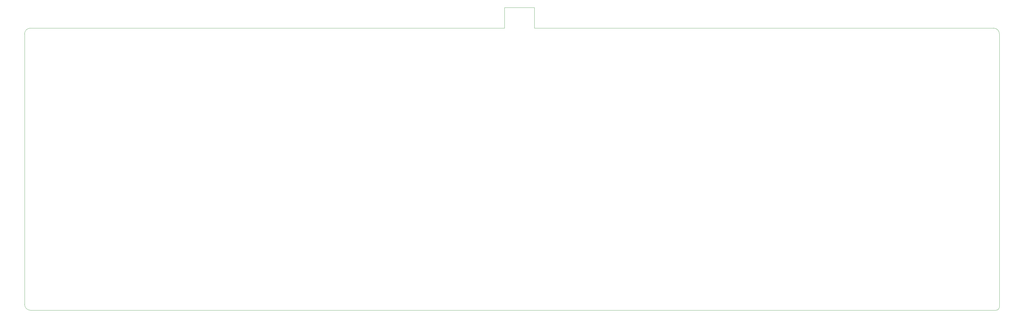
<source format=gbr>
G04 #@! TF.GenerationSoftware,KiCad,Pcbnew,(5.0.2)-1*
G04 #@! TF.CreationDate,2019-10-17T21:42:54+05:30*
G04 #@! TF.ProjectId,keyboard,6b657962-6f61-4726-942e-6b696361645f,rev?*
G04 #@! TF.SameCoordinates,Original*
G04 #@! TF.FileFunction,Profile,NP*
%FSLAX46Y46*%
G04 Gerber Fmt 4.6, Leading zero omitted, Abs format (unit mm)*
G04 Created by KiCad (PCBNEW (5.0.2)-1) date 10/17/2019 9:42:54 PM*
%MOMM*%
%LPD*%
G01*
G04 APERTURE LIST*
%ADD10C,0.100000*%
G04 APERTURE END LIST*
D10*
X202200000Y-50200000D02*
X42400000Y-50200000D01*
X212300000Y-50200000D02*
X367100000Y-50200000D01*
X202200000Y-43300000D02*
X202200000Y-50200000D01*
X212300000Y-43300000D02*
X212300000Y-50200000D01*
X202200000Y-43300000D02*
X212300000Y-43300000D01*
X40411250Y-52171250D02*
X40411250Y-143471250D01*
X367911250Y-145471250D02*
X42411250Y-145471250D01*
X369111250Y-52171250D02*
X369111250Y-144271250D01*
X367111250Y-50200000D02*
G75*
G02X369111250Y-52200000I0J-2000000D01*
G01*
X40400000Y-52200000D02*
G75*
G02X42400000Y-50200000I2000000J0D01*
G01*
X42411250Y-145471250D02*
G75*
G02X40411250Y-143471250I0J2000000D01*
G01*
X369111250Y-144271250D02*
G75*
G02X367911250Y-145471250I-1200000J0D01*
G01*
M02*

</source>
